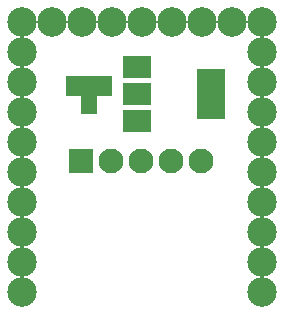
<source format=gbr>
G04 #@! TF.GenerationSoftware,KiCad,Pcbnew,(5.1.5)-3*
G04 #@! TF.CreationDate,2020-12-08T16:15:33+01:00*
G04 #@! TF.ProjectId,Microduino_UART,4d696372-6f64-4756-996e-6f5f55415254,0.0*
G04 #@! TF.SameCoordinates,Original*
G04 #@! TF.FileFunction,Soldermask,Top*
G04 #@! TF.FilePolarity,Negative*
%FSLAX46Y46*%
G04 Gerber Fmt 4.6, Leading zero omitted, Abs format (unit mm)*
G04 Created by KiCad (PCBNEW (5.1.5)-3) date 2020-12-08 16:15:33*
%MOMM*%
%LPD*%
G04 APERTURE LIST*
%ADD10R,1.370000X1.670000*%
%ADD11R,2.100000X2.100000*%
%ADD12C,2.100000*%
%ADD13C,2.500000*%
%ADD14R,2.400000X4.200000*%
%ADD15R,2.400000X1.900000*%
G04 APERTURE END LIST*
D10*
X145656300Y-70713600D03*
X146926300Y-70713600D03*
X148196300Y-70713600D03*
X146926300Y-72263600D03*
D11*
X146304000Y-77076300D03*
D12*
X148844000Y-77076300D03*
X151384000Y-77076300D03*
X156464000Y-77076300D03*
X153924000Y-77076300D03*
D13*
X161569400Y-67843400D03*
X161569400Y-70383400D03*
X161569400Y-72923400D03*
X161569400Y-75463400D03*
X161569400Y-78003400D03*
X161569400Y-80543400D03*
X161569400Y-83083400D03*
X161569400Y-85623400D03*
X161569400Y-88163400D03*
X161569400Y-65303400D03*
X159029400Y-65303400D03*
X156489400Y-65303400D03*
X153949400Y-65303400D03*
X151409400Y-65303400D03*
X148869400Y-65303400D03*
X146329400Y-65303400D03*
X143789400Y-65303400D03*
X141249400Y-65303400D03*
X141249400Y-67843400D03*
X141249400Y-70383400D03*
X141249400Y-72923400D03*
X141249400Y-75463400D03*
X141249400Y-78003400D03*
X141249400Y-80543400D03*
X141249400Y-83083400D03*
X141249400Y-85623400D03*
X141249400Y-88163400D03*
D14*
X157302600Y-71424800D03*
D15*
X151002600Y-71424800D03*
X151002600Y-73724800D03*
X151002600Y-69124800D03*
M02*

</source>
